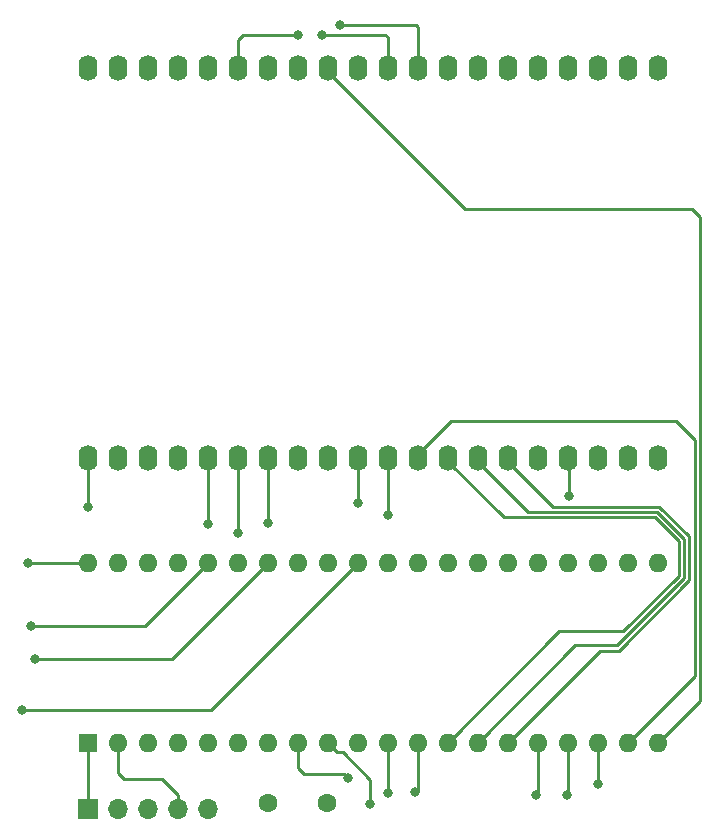
<source format=gbr>
G04 #@! TF.GenerationSoftware,KiCad,Pcbnew,5.0.2+dfsg1-1*
G04 #@! TF.CreationDate,2020-05-10T19:58:41+00:00*
G04 #@! TF.ProjectId,lcd_breakout,6c63645f-6272-4656-916b-6f75742e6b69,v1.0*
G04 #@! TF.SameCoordinates,Original*
G04 #@! TF.FileFunction,Copper,L2,Bot*
G04 #@! TF.FilePolarity,Positive*
%FSLAX46Y46*%
G04 Gerber Fmt 4.6, Leading zero omitted, Abs format (unit mm)*
G04 Created by KiCad (PCBNEW 5.0.2+dfsg1-1) date Sun May 10 19:58:41 2020*
%MOMM*%
%LPD*%
G01*
G04 APERTURE LIST*
G04 #@! TA.AperFunction,ComponentPad*
%ADD10O,1.600000X2.200000*%
G04 #@! TD*
G04 #@! TA.AperFunction,ComponentPad*
%ADD11R,1.600000X1.600000*%
G04 #@! TD*
G04 #@! TA.AperFunction,ComponentPad*
%ADD12O,1.600000X1.600000*%
G04 #@! TD*
G04 #@! TA.AperFunction,ComponentPad*
%ADD13R,1.700000X1.700000*%
G04 #@! TD*
G04 #@! TA.AperFunction,ComponentPad*
%ADD14O,1.700000X1.700000*%
G04 #@! TD*
G04 #@! TA.AperFunction,ComponentPad*
%ADD15C,1.600000*%
G04 #@! TD*
G04 #@! TA.AperFunction,ViaPad*
%ADD16C,0.800000*%
G04 #@! TD*
G04 #@! TA.AperFunction,Conductor*
%ADD17C,0.250000*%
G04 #@! TD*
G04 APERTURE END LIST*
D10*
G04 #@! TO.P,U2,1*
G04 #@! TO.N,Net-(U1-Pad30)*
X107696000Y-97536000D03*
G04 #@! TO.P,U2,2*
G04 #@! TO.N,Net-(U2-Pad2)*
X110236000Y-97536000D03*
G04 #@! TO.P,U2,3*
G04 #@! TO.N,Net-(U2-Pad3)*
X112776000Y-97536000D03*
G04 #@! TO.P,U2,4*
G04 #@! TO.N,Net-(U2-Pad4)*
X115316000Y-97536000D03*
G04 #@! TO.P,U2,5*
G04 #@! TO.N,Net-(U1-Pad32)*
X117856000Y-97536000D03*
G04 #@! TO.P,U2,6*
G04 #@! TO.N,Net-(U1-Pad33)*
X120396000Y-97536000D03*
G04 #@! TO.P,U2,7*
G04 #@! TO.N,Net-(U1-Pad37)*
X122936000Y-97536000D03*
G04 #@! TO.P,U2,8*
G04 #@! TO.N,Net-(U1-Pad27)*
X125476000Y-97536000D03*
G04 #@! TO.P,U2,9*
G04 #@! TO.N,Net-(U1-Pad22)*
X128016000Y-97536000D03*
G04 #@! TO.P,U2,10*
G04 #@! TO.N,Net-(U1-Pad23)*
X130556000Y-97536000D03*
G04 #@! TO.P,U2,11*
G04 #@! TO.N,Net-(U1-Pad24)*
X133096000Y-97536000D03*
G04 #@! TO.P,U2,12*
G04 #@! TO.N,Net-(U1-Pad19)*
X135636000Y-97536000D03*
G04 #@! TO.P,U2,13*
G04 #@! TO.N,Net-(U1-Pad13)*
X138176000Y-97536000D03*
G04 #@! TO.P,U2,14*
G04 #@! TO.N,Net-(U1-Pad14)*
X140716000Y-97536000D03*
G04 #@! TO.P,U2,15*
G04 #@! TO.N,Net-(U1-Pad15)*
X143256000Y-97536000D03*
G04 #@! TO.P,U2,16*
G04 #@! TO.N,Net-(U1-Pad10)*
X145796000Y-97536000D03*
G04 #@! TO.P,U2,17*
G04 #@! TO.N,Net-(U1-Pad5)*
X148336000Y-97536000D03*
G04 #@! TO.P,U2,18*
G04 #@! TO.N,Net-(U1-Pad6)*
X150876000Y-97536000D03*
G04 #@! TO.P,U2,19*
G04 #@! TO.N,Net-(U1-Pad7)*
X153416000Y-97536000D03*
G04 #@! TO.P,U2,20*
G04 #@! TO.N,Net-(U1-Pad8)*
X155956000Y-97536000D03*
G04 #@! TO.P,U2,21*
G04 #@! TO.N,Net-(U1-Pad9)*
X155956000Y-64516000D03*
G04 #@! TO.P,U2,22*
G04 #@! TO.N,Net-(U1-Pad4)*
X153416000Y-64516000D03*
G04 #@! TO.P,U2,23*
G04 #@! TO.N,Net-(U1-Pad3)*
X150876000Y-64516000D03*
G04 #@! TO.P,U2,24*
G04 #@! TO.N,Net-(U1-Pad16)*
X148336000Y-64516000D03*
G04 #@! TO.P,U2,25*
G04 #@! TO.N,Net-(U1-Pad17)*
X145796000Y-64516000D03*
G04 #@! TO.P,U2,26*
G04 #@! TO.N,Net-(U1-Pad12)*
X143256000Y-64516000D03*
G04 #@! TO.P,U2,27*
G04 #@! TO.N,Net-(U1-Pad11)*
X140716000Y-64516000D03*
G04 #@! TO.P,U2,28*
G04 #@! TO.N,Net-(U1-Pad18)*
X138176000Y-64516000D03*
G04 #@! TO.P,U2,29*
G04 #@! TO.N,Net-(U1-Pad25)*
X135636000Y-64516000D03*
G04 #@! TO.P,U2,30*
G04 #@! TO.N,Net-(U1-Pad26)*
X133096000Y-64516000D03*
G04 #@! TO.P,U2,31*
G04 #@! TO.N,Net-(U1-Pad21)*
X130556000Y-64516000D03*
G04 #@! TO.P,U2,32*
G04 #@! TO.N,Net-(U1-Pad20)*
X128016000Y-64516000D03*
G04 #@! TO.P,U2,33*
G04 #@! TO.N,Net-(U2-Pad33)*
X125476000Y-64516000D03*
G04 #@! TO.P,U2,34*
G04 #@! TO.N,Net-(U1-Pad38)*
X122936000Y-64516000D03*
G04 #@! TO.P,U2,35*
G04 #@! TO.N,Net-(U1-Pad39)*
X120396000Y-64516000D03*
G04 #@! TO.P,U2,36*
G04 #@! TO.N,Net-(U1-Pad29)*
X117856000Y-64516000D03*
G04 #@! TO.P,U2,37*
G04 #@! TO.N,Net-(U1-Pad28)*
X115316000Y-64516000D03*
G04 #@! TO.P,U2,38*
G04 #@! TO.N,Net-(U2-Pad38)*
X112776000Y-64516000D03*
G04 #@! TO.P,U2,39*
G04 #@! TO.N,Net-(U2-Pad39)*
X110236000Y-64516000D03*
G04 #@! TO.P,U2,40*
G04 #@! TO.N,Net-(U1-Pad30)*
X107696000Y-64516000D03*
G04 #@! TD*
D11*
G04 #@! TO.P,U1,1*
G04 #@! TO.N,VDD*
X107696000Y-121666000D03*
D12*
G04 #@! TO.P,U1,21*
G04 #@! TO.N,Net-(U1-Pad21)*
X155956000Y-106426000D03*
G04 #@! TO.P,U1,2*
G04 #@! TO.N,Net-(J1-Pad4)*
X110236000Y-121666000D03*
G04 #@! TO.P,U1,22*
G04 #@! TO.N,Net-(U1-Pad22)*
X153416000Y-106426000D03*
G04 #@! TO.P,U1,3*
G04 #@! TO.N,Net-(U1-Pad3)*
X112776000Y-121666000D03*
G04 #@! TO.P,U1,23*
G04 #@! TO.N,Net-(U1-Pad23)*
X150876000Y-106426000D03*
G04 #@! TO.P,U1,4*
G04 #@! TO.N,Net-(U1-Pad4)*
X115316000Y-121666000D03*
G04 #@! TO.P,U1,24*
G04 #@! TO.N,Net-(U1-Pad24)*
X148336000Y-106426000D03*
G04 #@! TO.P,U1,5*
G04 #@! TO.N,Net-(U1-Pad5)*
X117856000Y-121666000D03*
G04 #@! TO.P,U1,25*
G04 #@! TO.N,Net-(U1-Pad25)*
X145796000Y-106426000D03*
G04 #@! TO.P,U1,6*
G04 #@! TO.N,Net-(U1-Pad6)*
X120396000Y-121666000D03*
G04 #@! TO.P,U1,26*
G04 #@! TO.N,Net-(U1-Pad26)*
X143256000Y-106426000D03*
G04 #@! TO.P,U1,7*
G04 #@! TO.N,Net-(U1-Pad7)*
X122936000Y-121666000D03*
G04 #@! TO.P,U1,27*
G04 #@! TO.N,Net-(U1-Pad27)*
X140716000Y-106426000D03*
G04 #@! TO.P,U1,8*
G04 #@! TO.N,Net-(U1-Pad8)*
X125476000Y-121666000D03*
G04 #@! TO.P,U1,28*
G04 #@! TO.N,Net-(U1-Pad28)*
X138176000Y-106426000D03*
G04 #@! TO.P,U1,9*
G04 #@! TO.N,Net-(U1-Pad9)*
X128016000Y-121666000D03*
G04 #@! TO.P,U1,29*
G04 #@! TO.N,Net-(U1-Pad29)*
X135636000Y-106426000D03*
G04 #@! TO.P,U1,10*
G04 #@! TO.N,Net-(U1-Pad10)*
X130556000Y-121666000D03*
G04 #@! TO.P,U1,30*
G04 #@! TO.N,Net-(U1-Pad30)*
X133096000Y-106426000D03*
G04 #@! TO.P,U1,11*
G04 #@! TO.N,Net-(U1-Pad11)*
X133096000Y-121666000D03*
G04 #@! TO.P,U1,31*
G04 #@! TO.N,Net-(C1-Pad2)*
X130556000Y-106426000D03*
G04 #@! TO.P,U1,12*
G04 #@! TO.N,Net-(U1-Pad12)*
X135636000Y-121666000D03*
G04 #@! TO.P,U1,32*
G04 #@! TO.N,Net-(U1-Pad32)*
X128016000Y-106426000D03*
G04 #@! TO.P,U1,13*
G04 #@! TO.N,Net-(U1-Pad13)*
X138176000Y-121666000D03*
G04 #@! TO.P,U1,33*
G04 #@! TO.N,Net-(U1-Pad33)*
X125476000Y-106426000D03*
G04 #@! TO.P,U1,14*
G04 #@! TO.N,Net-(U1-Pad14)*
X140716000Y-121666000D03*
G04 #@! TO.P,U1,34*
G04 #@! TO.N,Net-(J1-Pad2)*
X122936000Y-106426000D03*
G04 #@! TO.P,U1,15*
G04 #@! TO.N,Net-(U1-Pad15)*
X143256000Y-121666000D03*
G04 #@! TO.P,U1,35*
G04 #@! TO.N,Net-(U1-Pad35)*
X120396000Y-106426000D03*
G04 #@! TO.P,U1,16*
G04 #@! TO.N,Net-(U1-Pad16)*
X145796000Y-121666000D03*
G04 #@! TO.P,U1,36*
G04 #@! TO.N,GND*
X117856000Y-106426000D03*
G04 #@! TO.P,U1,17*
G04 #@! TO.N,Net-(U1-Pad17)*
X148336000Y-121666000D03*
G04 #@! TO.P,U1,37*
G04 #@! TO.N,Net-(U1-Pad37)*
X115316000Y-106426000D03*
G04 #@! TO.P,U1,18*
G04 #@! TO.N,Net-(U1-Pad18)*
X150876000Y-121666000D03*
G04 #@! TO.P,U1,38*
G04 #@! TO.N,Net-(U1-Pad38)*
X112776000Y-106426000D03*
G04 #@! TO.P,U1,19*
G04 #@! TO.N,Net-(U1-Pad19)*
X153416000Y-121666000D03*
G04 #@! TO.P,U1,39*
G04 #@! TO.N,Net-(U1-Pad39)*
X110236000Y-106426000D03*
G04 #@! TO.P,U1,20*
G04 #@! TO.N,Net-(U1-Pad20)*
X155956000Y-121666000D03*
G04 #@! TO.P,U1,40*
G04 #@! TO.N,Net-(J1-Pad3)*
X107696000Y-106426000D03*
G04 #@! TD*
D13*
G04 #@! TO.P,J1,1*
G04 #@! TO.N,VDD*
X107696000Y-127254000D03*
D14*
G04 #@! TO.P,J1,2*
G04 #@! TO.N,Net-(J1-Pad2)*
X110236000Y-127254000D03*
G04 #@! TO.P,J1,3*
G04 #@! TO.N,Net-(J1-Pad3)*
X112776000Y-127254000D03*
G04 #@! TO.P,J1,4*
G04 #@! TO.N,Net-(J1-Pad4)*
X115316000Y-127254000D03*
G04 #@! TO.P,J1,5*
G04 #@! TO.N,GND*
X117856000Y-127254000D03*
G04 #@! TD*
D15*
G04 #@! TO.P,C1,1*
G04 #@! TO.N,GND*
X122936000Y-126746000D03*
G04 #@! TO.P,C1,2*
G04 #@! TO.N,Net-(C1-Pad2)*
X127936000Y-126746000D03*
G04 #@! TD*
D16*
G04 #@! TO.N,GND*
X102869998Y-111760000D03*
G04 #@! TO.N,Net-(J1-Pad2)*
X103246022Y-114548683D03*
G04 #@! TO.N,Net-(J1-Pad3)*
X102616001Y-106426000D03*
G04 #@! TO.N,Net-(U1-Pad23)*
X130556000Y-101346016D03*
G04 #@! TO.N,Net-(U1-Pad24)*
X133096000Y-102362000D03*
G04 #@! TO.N,Net-(U1-Pad5)*
X148437600Y-100787200D03*
G04 #@! TO.N,Net-(U1-Pad25)*
X129032000Y-60865021D03*
G04 #@! TO.N,Net-(U1-Pad26)*
X127508000Y-61722000D03*
G04 #@! TO.N,Net-(U1-Pad8)*
X129743200Y-124663200D03*
G04 #@! TO.N,Net-(U1-Pad9)*
X131593166Y-126817966D03*
G04 #@! TO.N,Net-(U1-Pad30)*
X107686534Y-101725444D03*
G04 #@! TO.N,Net-(U1-Pad11)*
X133146800Y-125882400D03*
G04 #@! TO.N,Net-(U1-Pad12)*
X135432800Y-125831596D03*
G04 #@! TO.N,Net-(U1-Pad32)*
X117856000Y-103124006D03*
G04 #@! TO.N,Net-(U1-Pad33)*
X120396000Y-103886000D03*
G04 #@! TO.N,Net-(U1-Pad16)*
X145643600Y-126085600D03*
G04 #@! TO.N,Net-(U1-Pad17)*
X148285200Y-126034800D03*
G04 #@! TO.N,Net-(U1-Pad37)*
X122936000Y-103066010D03*
G04 #@! TO.N,Net-(U1-Pad18)*
X150928358Y-125157390D03*
G04 #@! TO.N,Net-(U1-Pad39)*
X125458087Y-61739913D03*
G04 #@! TO.N,Net-(C1-Pad2)*
X102108000Y-118872004D03*
G04 #@! TD*
D17*
G04 #@! TO.N,GND*
X103435683Y-111760000D02*
X102869998Y-111760000D01*
X112522000Y-111760000D02*
X103435683Y-111760000D01*
X117856000Y-106426000D02*
X112522000Y-111760000D01*
G04 #@! TO.N,Net-(J1-Pad2)*
X122936000Y-106426000D02*
X114813317Y-114548683D01*
X103811707Y-114548683D02*
X103246022Y-114548683D01*
X114813317Y-114548683D02*
X103811707Y-114548683D01*
G04 #@! TO.N,Net-(J1-Pad4)*
X115316000Y-126051919D02*
X113978081Y-124714000D01*
X115316000Y-127254000D02*
X115316000Y-126051919D01*
X113978081Y-124714000D02*
X110744000Y-124714000D01*
X110744000Y-124714000D02*
X110236000Y-124206000D01*
X110236000Y-124206000D02*
X110236000Y-121666000D01*
G04 #@! TO.N,Net-(J1-Pad3)*
X107696000Y-106426000D02*
X102616001Y-106426000D01*
G04 #@! TO.N,Net-(U1-Pad23)*
X130556000Y-97536000D02*
X130556000Y-101346016D01*
G04 #@! TO.N,Net-(U1-Pad24)*
X133096000Y-97536000D02*
X133096000Y-102362000D01*
G04 #@! TO.N,Net-(U1-Pad5)*
X148437600Y-97637600D02*
X148336000Y-97536000D01*
X148437600Y-100787200D02*
X148437600Y-97637600D01*
G04 #@! TO.N,Net-(U1-Pad25)*
X129597685Y-60865021D02*
X129032000Y-60865021D01*
X135636000Y-64516000D02*
X135636000Y-61061600D01*
X135439421Y-60865021D02*
X129597685Y-60865021D01*
X135636000Y-61061600D02*
X135439421Y-60865021D01*
G04 #@! TO.N,Net-(U1-Pad26)*
X133096000Y-61925200D02*
X133096000Y-64516000D01*
X127508000Y-61722000D02*
X132892800Y-61722000D01*
X132892800Y-61722000D02*
X133096000Y-61925200D01*
G04 #@! TO.N,Net-(U1-Pad8)*
X129343201Y-124263201D02*
X125990401Y-124263201D01*
X129743200Y-124663200D02*
X129343201Y-124263201D01*
X125476000Y-123748800D02*
X125476000Y-121666000D01*
X125990401Y-124263201D02*
X125476000Y-123748800D01*
G04 #@! TO.N,Net-(U1-Pad9)*
X129296369Y-122465999D02*
X131593166Y-124762796D01*
X128016000Y-121666000D02*
X128815999Y-122465999D01*
X131593166Y-124762796D02*
X131593166Y-126252281D01*
X128815999Y-122465999D02*
X129296369Y-122465999D01*
X131593166Y-126252281D02*
X131593166Y-126817966D01*
G04 #@! TO.N,Net-(U1-Pad30)*
X107696000Y-97536000D02*
X107696000Y-101715978D01*
X107696000Y-101715978D02*
X107686534Y-101725444D01*
G04 #@! TO.N,Net-(U1-Pad11)*
X133096000Y-125831600D02*
X133146800Y-125882400D01*
X133096000Y-121666000D02*
X133096000Y-125831600D01*
G04 #@! TO.N,Net-(U1-Pad12)*
X135636000Y-125628396D02*
X135432800Y-125831596D01*
X135636000Y-121666000D02*
X135636000Y-125628396D01*
G04 #@! TO.N,Net-(U1-Pad32)*
X117856000Y-97536000D02*
X117856000Y-103124006D01*
G04 #@! TO.N,Net-(U1-Pad13)*
X155723170Y-102565200D02*
X142905200Y-102565200D01*
X157711956Y-104553986D02*
X155723170Y-102565200D01*
X157711956Y-107514844D02*
X157711956Y-104553986D01*
X138176000Y-121666000D02*
X147624800Y-112217200D01*
X147624800Y-112217200D02*
X153009600Y-112217200D01*
X138176000Y-97836000D02*
X138176000Y-97536000D01*
X142905200Y-102565200D02*
X138176000Y-97836000D01*
X153009600Y-112217200D02*
X157711956Y-107514844D01*
G04 #@! TO.N,Net-(U1-Pad33)*
X120396000Y-103886000D02*
X120396000Y-97536000D01*
G04 #@! TO.N,Net-(U1-Pad14)*
X140716000Y-97836000D02*
X140716000Y-97536000D01*
X152463233Y-113399978D02*
X158161967Y-107701244D01*
X158161967Y-104367586D02*
X155909570Y-102115189D01*
X155909570Y-102115189D02*
X144995189Y-102115189D01*
X158161967Y-107701244D02*
X158161967Y-104367586D01*
X148982022Y-113399978D02*
X152463233Y-113399978D01*
X140716000Y-121666000D02*
X148982022Y-113399978D01*
X144995189Y-102115189D02*
X140716000Y-97836000D01*
G04 #@! TO.N,Net-(U1-Pad15)*
X152649633Y-113849989D02*
X158611978Y-107887644D01*
X158611978Y-104181186D02*
X156095970Y-101665178D01*
X143256000Y-97836000D02*
X143256000Y-97536000D01*
X147085178Y-101665178D02*
X143256000Y-97836000D01*
X156095970Y-101665178D02*
X147085178Y-101665178D01*
X158611978Y-107887644D02*
X158611978Y-104181186D01*
X151072011Y-113849989D02*
X152649633Y-113849989D01*
X143256000Y-121666000D02*
X151072011Y-113849989D01*
G04 #@! TO.N,Net-(U1-Pad16)*
X145796000Y-121666000D02*
X145796000Y-125933200D01*
X145796000Y-125933200D02*
X145643600Y-126085600D01*
G04 #@! TO.N,Net-(U1-Pad17)*
X148336000Y-125984000D02*
X148285200Y-126034800D01*
X148336000Y-121666000D02*
X148336000Y-125984000D01*
G04 #@! TO.N,Net-(U1-Pad37)*
X122936000Y-103066010D02*
X122936000Y-97536000D01*
G04 #@! TO.N,Net-(U1-Pad18)*
X150876000Y-121666000D02*
X150876000Y-125105032D01*
X150876000Y-125105032D02*
X150928358Y-125157390D01*
G04 #@! TO.N,Net-(U1-Pad19)*
X138434800Y-94437200D02*
X135636000Y-97236000D01*
X157480000Y-94437200D02*
X138434800Y-94437200D01*
X159061989Y-96019190D02*
X157480000Y-94437200D01*
X159061989Y-116020011D02*
X159061989Y-96019190D01*
X153416000Y-121666000D02*
X159061989Y-116020011D01*
X135636000Y-97236000D02*
X135636000Y-97536000D01*
G04 #@! TO.N,Net-(U1-Pad39)*
X124892402Y-61739913D02*
X125458087Y-61739913D01*
X120835287Y-61739913D02*
X124892402Y-61739913D01*
X120396000Y-64516000D02*
X120396000Y-62179200D01*
X120396000Y-62179200D02*
X120835287Y-61739913D01*
G04 #@! TO.N,Net-(U1-Pad20)*
X158851600Y-76454000D02*
X139654000Y-76454000D01*
X159512000Y-77114400D02*
X158851600Y-76454000D01*
X128016000Y-64816000D02*
X128016000Y-64516000D01*
X155956000Y-121666000D02*
X159512000Y-118110000D01*
X139654000Y-76454000D02*
X128016000Y-64816000D01*
X159512000Y-118110000D02*
X159512000Y-77114400D01*
G04 #@! TO.N,VDD*
X107696000Y-127254000D02*
X107696000Y-121666000D01*
G04 #@! TO.N,Net-(C1-Pad2)*
X130556000Y-106426000D02*
X118109996Y-118872004D01*
X118109996Y-118872004D02*
X102673685Y-118872004D01*
X102673685Y-118872004D02*
X102108000Y-118872004D01*
G04 #@! TD*
M02*

</source>
